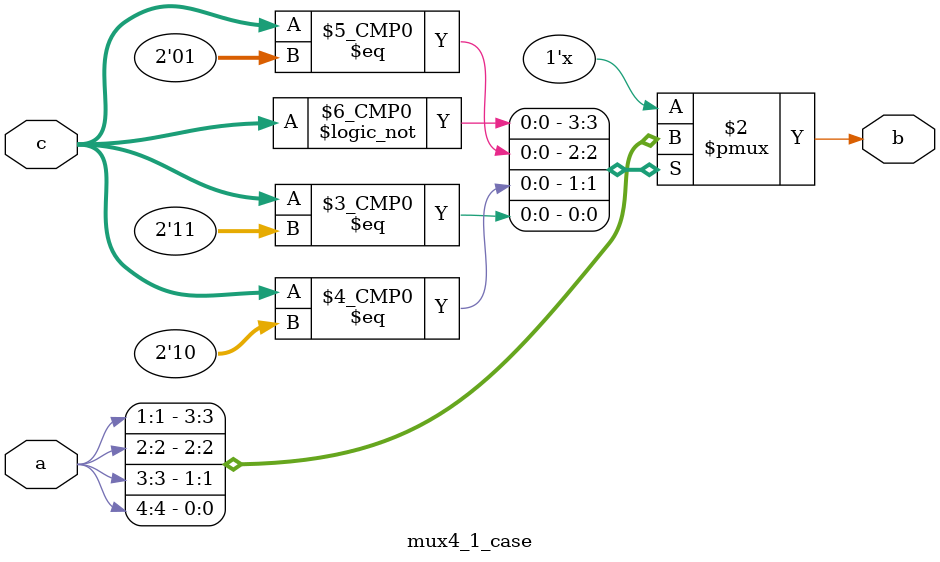
<source format=v>

/*Internal logic for 4:1 mux that has been created using behavioral modelling*/
/*Case construct has been used for behavioral modelling*/

module mux4_1_case(
    input [4:1] a,
    input [2:1] c,
    output reg b
    );

always@(a,c)		//Sensitivity List
begin

case(c)
2'b00:b=a[1];
2'b01:b=a[2];
2'b10:b=a[3];
2'b11:b=a[4];

default:b=b;
endcase

end

endmodule

</source>
